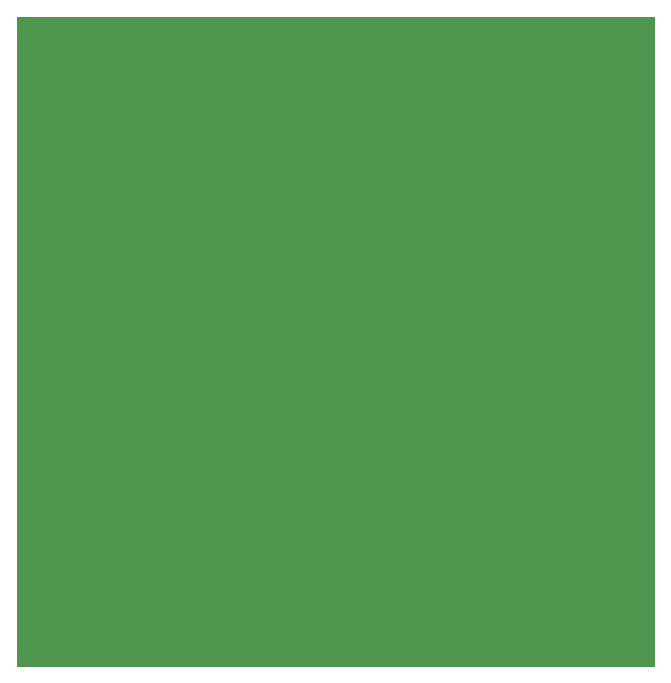
<source format=gbr>
%TF.GenerationSoftware,KiCad,Pcbnew,8.0.8*%
%TF.CreationDate,2025-03-09T11:33:26+01:00*%
%TF.ProjectId,HP 10529A reference card,48502031-3035-4323-9941-207265666572,rev?*%
%TF.SameCoordinates,Original*%
%TF.FileFunction,Soldermask,Bot*%
%TF.FilePolarity,Negative*%
%FSLAX46Y46*%
G04 Gerber Fmt 4.6, Leading zero omitted, Abs format (unit mm)*
G04 Created by KiCad (PCBNEW 8.0.8) date 2025-03-09 11:33:26*
%MOMM*%
%LPD*%
G01*
G04 APERTURE LIST*
%ADD10C,0.100000*%
%ADD11R,1.780000X7.620000*%
%ADD12R,1.600000X1.600000*%
%ADD13O,1.600000X1.600000*%
G04 APERTURE END LIST*
D10*
X152500000Y-25500000D02*
X206500000Y-25500000D01*
X206500000Y-80500000D01*
X152500000Y-80500000D01*
X152500000Y-25500000D01*
G36*
X152500000Y-25500000D02*
G01*
X206500000Y-25500000D01*
X206500000Y-80500000D01*
X152500000Y-80500000D01*
X152500000Y-25500000D01*
G37*
D11*
%TO.C,REF\u002A\u002A*%
X158850000Y-30040000D03*
X161390000Y-30040000D03*
X163930000Y-30040000D03*
X166470000Y-30040000D03*
X169010000Y-30040000D03*
X171550000Y-30040000D03*
X174090000Y-30040000D03*
X176630000Y-30040000D03*
X179170000Y-30040000D03*
X181710000Y-30040000D03*
X184250000Y-30040000D03*
X186790000Y-30040000D03*
X189330000Y-30040000D03*
X191870000Y-30040000D03*
X194410000Y-30040000D03*
X196950000Y-30040000D03*
X199490000Y-30040000D03*
X202030000Y-30040000D03*
%TD*%
D12*
%TO.C,REF\u002A\u002A*%
X183900000Y-64490000D03*
D13*
X183900000Y-61950000D03*
X183900000Y-59410000D03*
X183900000Y-56870000D03*
X183900000Y-54330000D03*
X183900000Y-51790000D03*
X183900000Y-49250000D03*
X183900000Y-46710000D03*
X176280000Y-46710000D03*
X176280000Y-49250000D03*
X176280000Y-51790000D03*
X176280000Y-54330000D03*
X176280000Y-56870000D03*
X176280000Y-59410000D03*
X176280000Y-61950000D03*
X176280000Y-64490000D03*
%TD*%
M02*

</source>
